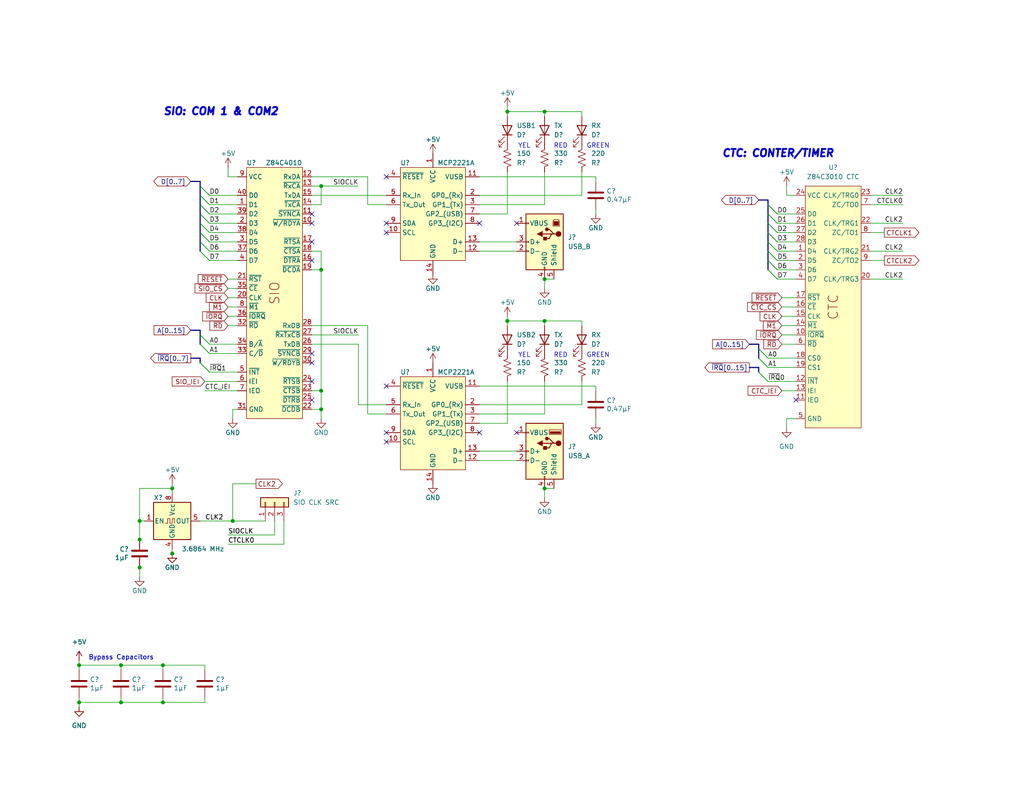
<source format=kicad_sch>
(kicad_sch (version 20230121) (generator eeschema)
  (paper "USLetter")
  (title_block (title "Main board with basic peripherals") (date "2023-08-26") (rev "2") (company "Frédéric Segard") (comment 1 "@microhobbyist") (comment 4 "A big thank you to John Winans, Grant Searle and Sergey Kiselev for their inspiration"))
  (junction (at 138.43 30.48))
  (junction (at 87.63 106.68))
  (junction (at 21.59 191.77))
  (junction (at 46.99 151.13))
  (junction (at 44.45 191.77))
  (junction (at 148.59 133.35))
  (junction (at 38.1 147.32))
  (junction (at 44.45 181.61))
  (junction (at 21.59 181.61))
  (junction (at 148.59 87.63))
  (junction (at 148.59 76.2))
  (junction (at 46.99 133.35))
  (junction (at 38.1 142.24))
  (junction (at 138.43 87.63))
  (junction (at 87.63 111.76))
  (junction (at 63.5 142.24))
  (junction (at 38.1 154.94))
  (junction (at 148.59 30.48))
  (junction (at 87.63 73.66))
  (junction (at 33.02 191.77))
  (junction (at 87.63 50.8))
  (junction (at 33.02 181.61))
  (no_connect (at 105.41 60.96))
  (no_connect (at 85.09 71.12))
  (no_connect (at 105.41 118.11))
  (no_connect (at 85.09 104.14))
  (no_connect (at 85.09 58.42))
  (no_connect (at 85.09 66.04))
  (no_connect (at 130.81 118.11))
  (no_connect (at 85.09 99.06))
  (no_connect (at 85.09 96.52))
  (no_connect (at 217.17 109.22))
  (no_connect (at 130.81 60.96))
  (no_connect (at 105.41 120.65))
  (no_connect (at 105.41 63.5))
  (no_connect (at 85.09 109.22))
  (no_connect (at 140.97 118.11))
  (no_connect (at 105.41 105.41))
  (no_connect (at 140.97 60.96))
  (no_connect (at 85.09 60.96))
  (no_connect (at 105.41 48.26))
  (bus_entry (at 54.61 68.58) (size 2.54 2.54))
  (bus_entry (at 54.61 68.58) (size 2.54 2.54))
  (bus_entry (at 207.01 97.79) (size 2.54 2.54))
  (bus_entry (at 207.01 97.79) (size 2.54 2.54))
  (bus_entry (at 209.55 58.42) (size 2.54 2.54))
  (bus_entry (at 209.55 58.42) (size 2.54 2.54))
  (bus_entry (at 54.61 60.96) (size 2.54 2.54))
  (bus_entry (at 54.61 60.96) (size 2.54 2.54))
  (bus_entry (at 209.55 63.5) (size 2.54 2.54))
  (bus_entry (at 209.55 63.5) (size 2.54 2.54))
  (bus_entry (at 54.61 55.88) (size 2.54 2.54))
  (bus_entry (at 54.61 55.88) (size 2.54 2.54))
  (bus_entry (at 207.01 95.25) (size 2.54 2.54))
  (bus_entry (at 207.01 95.25) (size 2.54 2.54))
  (bus_entry (at 54.61 58.42) (size 2.54 2.54))
  (bus_entry (at 54.61 58.42) (size 2.54 2.54))
  (bus_entry (at 209.55 68.58) (size 2.54 2.54))
  (bus_entry (at 209.55 68.58) (size 2.54 2.54))
  (bus_entry (at 54.61 50.8) (size 2.54 2.54))
  (bus_entry (at 54.61 50.8) (size 2.54 2.54))
  (bus_entry (at 209.55 66.04) (size 2.54 2.54))
  (bus_entry (at 209.55 66.04) (size 2.54 2.54))
  (bus_entry (at 54.61 66.04) (size 2.54 2.54))
  (bus_entry (at 54.61 66.04) (size 2.54 2.54))
  (bus_entry (at 209.55 71.12) (size 2.54 2.54))
  (bus_entry (at 209.55 71.12) (size 2.54 2.54))
  (bus_entry (at 54.61 99.06) (size 2.54 2.54))
  (bus_entry (at 54.61 99.06) (size 2.54 2.54))
  (bus_entry (at 54.61 91.44) (size 2.54 2.54))
  (bus_entry (at 54.61 91.44) (size 2.54 2.54))
  (bus_entry (at 207.01 101.6) (size 2.54 2.54))
  (bus_entry (at 207.01 101.6) (size 2.54 2.54))
  (bus_entry (at 54.61 93.98) (size 2.54 2.54))
  (bus_entry (at 54.61 93.98) (size 2.54 2.54))
  (bus_entry (at 209.55 73.66) (size 2.54 2.54))
  (bus_entry (at 209.55 73.66) (size 2.54 2.54))
  (bus_entry (at 209.55 55.88) (size 2.54 2.54))
  (bus_entry (at 209.55 55.88) (size 2.54 2.54))
  (bus_entry (at 209.55 60.96) (size 2.54 2.54))
  (bus_entry (at 209.55 60.96) (size 2.54 2.54))
  (bus_entry (at 54.61 53.34) (size 2.54 2.54))
  (bus_entry (at 54.61 53.34) (size 2.54 2.54))
  (bus_entry (at 54.61 63.5) (size 2.54 2.54))
  (bus_entry (at 54.61 63.5) (size 2.54 2.54))
  (wire (pts (xy 162.56 49.53) (xy 162.56 48.26)))
  (wire (pts (xy 158.75 88.9) (xy 158.75 87.63)))
  (wire (pts (xy 162.56 106.68) (xy 162.56 105.41)))
  (wire (pts (xy 63.5 142.24) (xy 63.5 132.08)))
  (bus (pts (xy 209.55 68.58) (xy 209.55 66.04)))
  (wire (pts (xy 57.15 96.52) (xy 64.77 96.52)))
  (wire (pts (xy 62.23 78.74) (xy 64.77 78.74)))
  (wire (pts (xy 38.1 142.24) (xy 39.37 142.24)))
  (wire (pts (xy 55.88 106.68) (xy 64.77 106.68)))
  (wire (pts (xy 130.81 115.57) (xy 138.43 115.57)))
  (wire (pts (xy 87.63 68.58) (xy 87.63 73.66)))
  (wire (pts (xy 87.63 50.8) (xy 87.63 55.88)))
  (wire (pts (xy 85.09 68.58) (xy 87.63 68.58)))
  (bus (pts (xy 209.55 58.42) (xy 209.55 55.88)))
  (wire (pts (xy 217.17 114.3) (xy 214.63 114.3)))
  (wire (pts (xy 57.15 63.5) (xy 64.77 63.5)))
  (wire (pts (xy 158.75 53.34) (xy 130.81 53.34)))
  (wire (pts (xy 44.45 191.77) (xy 55.88 191.77)))
  (wire (pts (xy 62.23 148.59) (xy 77.47 148.59)))
  (wire (pts (xy 237.49 71.12) (xy 241.3 71.12)))
  (wire (pts (xy 21.59 181.61) (xy 21.59 182.88)))
  (wire (pts (xy 158.75 87.63) (xy 148.59 87.63)))
  (wire (pts (xy 85.09 55.88) (xy 87.63 55.88)))
  (wire (pts (xy 105.41 113.03) (xy 100.33 113.03)))
  (wire (pts (xy 148.59 76.2) (xy 148.59 78.74)))
  (wire (pts (xy 237.49 63.5) (xy 241.3 63.5)))
  (wire (pts (xy 44.45 182.88) (xy 44.45 181.61)))
  (wire (pts (xy 33.02 190.5) (xy 33.02 191.77)))
  (wire (pts (xy 85.09 106.68) (xy 87.63 106.68)))
  (wire (pts (xy 55.88 182.88) (xy 55.88 181.61)))
  (wire (pts (xy 158.75 110.49) (xy 130.81 110.49)))
  (wire (pts (xy 213.36 91.44) (xy 217.17 91.44)))
  (wire (pts (xy 63.5 111.76) (xy 63.5 114.3)))
  (wire (pts (xy 209.55 97.79) (xy 217.17 97.79)))
  (wire (pts (xy 162.56 105.41) (xy 130.81 105.41)))
  (wire (pts (xy 158.75 31.75) (xy 158.75 30.48)))
  (wire (pts (xy 237.49 55.88) (xy 246.38 55.88)))
  (wire (pts (xy 44.45 190.5) (xy 44.45 191.77)))
  (wire (pts (xy 63.5 132.08) (xy 69.85 132.08)))
  (wire (pts (xy 148.59 87.63) (xy 138.43 87.63)))
  (wire (pts (xy 212.09 66.04) (xy 217.17 66.04)))
  (bus (pts (xy 54.61 99.06) (xy 54.61 97.79)))
  (wire (pts (xy 57.15 101.6) (xy 64.77 101.6)))
  (wire (pts (xy 57.15 55.88) (xy 64.77 55.88)))
  (bus (pts (xy 54.61 93.98) (xy 54.61 91.44)))
  (wire (pts (xy 162.56 58.42) (xy 162.56 57.15)))
  (bus (pts (xy 207.01 54.61) (xy 209.55 54.61)))
  (bus (pts (xy 52.07 90.17) (xy 54.61 90.17)))
  (bus (pts (xy 209.55 63.5) (xy 209.55 60.96)))
  (wire (pts (xy 55.88 181.61) (xy 44.45 181.61)))
  (wire (pts (xy 138.43 104.14) (xy 138.43 115.57)))
  (wire (pts (xy 46.99 133.35) (xy 46.99 134.62)))
  (wire (pts (xy 38.1 157.48) (xy 38.1 154.94)))
  (wire (pts (xy 162.56 48.26) (xy 130.81 48.26)))
  (wire (pts (xy 148.59 30.48) (xy 138.43 30.48)))
  (bus (pts (xy 54.61 66.04) (xy 54.61 63.5)))
  (wire (pts (xy 85.09 73.66) (xy 87.63 73.66)))
  (wire (pts (xy 87.63 50.8) (xy 97.79 50.8)))
  (wire (pts (xy 214.63 50.8) (xy 214.63 53.34)))
  (bus (pts (xy 209.55 66.04) (xy 209.55 63.5)))
  (wire (pts (xy 57.15 71.12) (xy 64.77 71.12)))
  (wire (pts (xy 62.23 146.05) (xy 74.93 146.05)))
  (wire (pts (xy 62.23 88.9) (xy 64.77 88.9)))
  (bus (pts (xy 52.07 97.79) (xy 54.61 97.79)))
  (wire (pts (xy 237.49 60.96) (xy 246.38 60.96)))
  (wire (pts (xy 57.15 58.42) (xy 64.77 58.42)))
  (wire (pts (xy 138.43 87.63) (xy 138.43 86.36)))
  (bus (pts (xy 54.61 60.96) (xy 54.61 58.42)))
  (wire (pts (xy 85.09 53.34) (xy 105.41 53.34)))
  (wire (pts (xy 213.36 88.9) (xy 217.17 88.9)))
  (wire (pts (xy 148.59 113.03) (xy 130.81 113.03)))
  (wire (pts (xy 57.15 60.96) (xy 64.77 60.96)))
  (wire (pts (xy 63.5 142.24) (xy 72.39 142.24)))
  (wire (pts (xy 148.59 76.2) (xy 151.13 76.2)))
  (bus (pts (xy 54.61 58.42) (xy 54.61 55.88)))
  (wire (pts (xy 46.99 133.35) (xy 38.1 133.35)))
  (wire (pts (xy 237.49 68.58) (xy 246.38 68.58)))
  (wire (pts (xy 38.1 133.35) (xy 38.1 142.24)))
  (wire (pts (xy 44.45 181.61) (xy 33.02 181.61)))
  (wire (pts (xy 130.81 125.73) (xy 140.97 125.73)))
  (wire (pts (xy 33.02 181.61) (xy 21.59 181.61)))
  (wire (pts (xy 209.55 104.14) (xy 217.17 104.14)))
  (bus (pts (xy 54.61 50.8) (xy 54.61 49.53)))
  (bus (pts (xy 209.55 73.66) (xy 209.55 71.12)))
  (bus (pts (xy 207.01 97.79) (xy 207.01 95.25)))
  (wire (pts (xy 148.59 133.35) (xy 151.13 133.35)))
  (wire (pts (xy 85.09 91.44) (xy 97.79 91.44)))
  (wire (pts (xy 148.59 55.88) (xy 130.81 55.88)))
  (wire (pts (xy 130.81 66.04) (xy 140.97 66.04)))
  (wire (pts (xy 85.09 50.8) (xy 87.63 50.8)))
  (wire (pts (xy 33.02 182.88) (xy 33.02 181.61)))
  (wire (pts (xy 130.81 68.58) (xy 140.97 68.58)))
  (wire (pts (xy 130.81 123.19) (xy 140.97 123.19)))
  (wire (pts (xy 213.36 81.28) (xy 217.17 81.28)))
  (bus (pts (xy 207.01 101.6) (xy 207.01 100.33)))
  (bus (pts (xy 52.07 49.53) (xy 54.61 49.53)))
  (wire (pts (xy 214.63 114.3) (xy 214.63 116.84)))
  (wire (pts (xy 57.15 53.34) (xy 64.77 53.34)))
  (wire (pts (xy 21.59 191.77) (xy 33.02 191.77)))
  (wire (pts (xy 158.75 30.48) (xy 148.59 30.48)))
  (bus (pts (xy 209.55 71.12) (xy 209.55 68.58)))
  (bus (pts (xy 204.47 93.98) (xy 207.01 93.98)))
  (bus (pts (xy 54.61 68.58) (xy 54.61 66.04)))
  (wire (pts (xy 57.15 66.04) (xy 64.77 66.04)))
  (wire (pts (xy 54.61 142.24) (xy 63.5 142.24)))
  (wire (pts (xy 138.43 46.99) (xy 138.43 58.42)))
  (wire (pts (xy 62.23 83.82) (xy 64.77 83.82)))
  (bus (pts (xy 209.55 55.88) (xy 209.55 54.61)))
  (wire (pts (xy 21.59 190.5) (xy 21.59 191.77)))
  (bus (pts (xy 54.61 55.88) (xy 54.61 53.34)))
  (wire (pts (xy 212.09 58.42) (xy 217.17 58.42)))
  (wire (pts (xy 213.36 83.82) (xy 217.17 83.82)))
  (wire (pts (xy 212.09 63.5) (xy 217.17 63.5)))
  (wire (pts (xy 62.23 86.36) (xy 64.77 86.36)))
  (wire (pts (xy 38.1 142.24) (xy 38.1 147.32)))
  (wire (pts (xy 148.59 104.14) (xy 148.59 113.03)))
  (wire (pts (xy 237.49 76.2) (xy 246.38 76.2)))
  (wire (pts (xy 87.63 73.66) (xy 87.63 106.68)))
  (wire (pts (xy 213.36 93.98) (xy 217.17 93.98)))
  (wire (pts (xy 148.59 46.99) (xy 148.59 55.88)))
  (wire (pts (xy 85.09 111.76) (xy 87.63 111.76)))
  (wire (pts (xy 85.09 48.26) (xy 100.33 48.26)))
  (wire (pts (xy 62.23 81.28) (xy 64.77 81.28)))
  (wire (pts (xy 213.36 106.68) (xy 217.17 106.68)))
  (wire (pts (xy 74.93 146.05) (xy 74.93 142.24)))
  (wire (pts (xy 217.17 53.34) (xy 214.63 53.34)))
  (wire (pts (xy 130.81 58.42) (xy 138.43 58.42)))
  (wire (pts (xy 212.09 76.2) (xy 217.17 76.2)))
  (wire (pts (xy 77.47 148.59) (xy 77.47 142.24)))
  (wire (pts (xy 212.09 68.58) (xy 217.17 68.58)))
  (wire (pts (xy 97.79 93.98) (xy 85.09 93.98)))
  (wire (pts (xy 87.63 111.76) (xy 87.63 114.3)))
  (wire (pts (xy 55.88 190.5) (xy 55.88 191.77)))
  (wire (pts (xy 212.09 60.96) (xy 217.17 60.96)))
  (wire (pts (xy 64.77 111.76) (xy 63.5 111.76)))
  (wire (pts (xy 213.36 86.36) (xy 217.17 86.36)))
  (bus (pts (xy 209.55 60.96) (xy 209.55 58.42)))
  (wire (pts (xy 62.23 45.72) (xy 62.23 48.26)))
  (wire (pts (xy 21.59 180.34) (xy 21.59 181.61)))
  (wire (pts (xy 212.09 71.12) (xy 217.17 71.12)))
  (wire (pts (xy 55.88 104.14) (xy 64.77 104.14)))
  (bus (pts (xy 54.61 91.44) (xy 54.61 90.17)))
  (bus (pts (xy 54.61 63.5) (xy 54.61 60.96)))
  (wire (pts (xy 237.49 53.34) (xy 246.38 53.34)))
  (wire (pts (xy 46.99 151.13) (xy 46.99 149.86)))
  (wire (pts (xy 212.09 73.66) (xy 217.17 73.66)))
  (wire (pts (xy 158.75 46.99) (xy 158.75 53.34)))
  (bus (pts (xy 54.61 53.34) (xy 54.61 50.8)))
  (wire (pts (xy 209.55 100.33) (xy 217.17 100.33)))
  (wire (pts (xy 100.33 48.26) (xy 100.33 55.88)))
  (wire (pts (xy 97.79 110.49) (xy 105.41 110.49)))
  (wire (pts (xy 57.15 68.58) (xy 64.77 68.58)))
  (wire (pts (xy 85.09 88.9) (xy 100.33 88.9)))
  (wire (pts (xy 158.75 104.14) (xy 158.75 110.49)))
  (bus (pts (xy 207.01 95.25) (xy 207.01 93.98)))
  (wire (pts (xy 87.63 106.68) (xy 87.63 111.76)))
  (wire (pts (xy 138.43 88.9) (xy 138.43 87.63)))
  (wire (pts (xy 148.59 88.9) (xy 148.59 87.63)))
  (wire (pts (xy 64.77 48.26) (xy 62.23 48.26)))
  (wire (pts (xy 33.02 191.77) (xy 44.45 191.77)))
  (wire (pts (xy 138.43 30.48) (xy 138.43 29.21)))
  (wire (pts (xy 46.99 132.08) (xy 46.99 133.35)))
  (wire (pts (xy 148.59 133.35) (xy 148.59 135.89)))
  (wire (pts (xy 100.33 88.9) (xy 100.33 113.03)))
  (bus (pts (xy 204.47 100.33) (xy 207.01 100.33)))
  (wire (pts (xy 138.43 31.75) (xy 138.43 30.48)))
  (wire (pts (xy 57.15 93.98) (xy 64.77 93.98)))
  (wire (pts (xy 148.59 31.75) (xy 148.59 30.48)))
  (wire (pts (xy 62.23 76.2) (xy 64.77 76.2)))
  (wire (pts (xy 21.59 191.77) (xy 21.59 193.04)))
  (wire (pts (xy 105.41 55.88) (xy 100.33 55.88)))
  (wire (pts (xy 97.79 110.49) (xy 97.79 93.98)))
  (wire (pts (xy 162.56 115.57) (xy 162.56 114.3)))
  (text "RED" (at 154.94 40.64 0) (effects (font (size 1.27 1.27)) (justify right bottom)))
  (text "RED" (at 154.94 97.79 0) (effects (font (size 1.27 1.27)) (justify right bottom)))
  (text "CTC: CONTER/TIMER" (at 196.85 43.18 0) (effects (font (size 2 2) (thickness 0.508) bold italic) (justify left bottom)))
  (text "GREEN" (at 166.37 97.79 0) (effects (font (size 1.27 1.27)) (justify right bottom)))
  (text "YEL" (at 144.78 40.64 0) (effects (font (size 1.27 1.27)) (justify right bottom)))
  (text "SIO: COM 1 & COM2" (at 44.45 31.75 0) (effects (font (size 2 2) (thickness 0.508) bold italic) (justify left bottom)))
  (text "GREEN" (at 166.37 40.64 0) (effects (font (size 1.27 1.27)) (justify right bottom)))
  (text "YEL" (at 144.78 97.79 0) (effects (font (size 1.27 1.27)) (justify right bottom)))
  (text "Bypass Capacitors" (at 24.13 180.34 0) (effects (font (size 1.27 1.27)) (justify left bottom)))
  (text "Bypass Capacitors" (at 24.13 180.34 0) (effects (font (size 1.27 1.27)) (justify left bottom)))
  (label "CTC_IEI" (at 55.88 106.68 0))
  (label "D5" (at 212.09 71.12 0))
  (label "CLK2" (at 246.38 60.96 180))
  (label "CTCLK0" (at 62.23 148.59 0))
  (label "SIOCLK" (at 62.23 146.05 0))
  (label "CLK2" (at 60.96 142.24 180))
  (label "~{IRQ}1" (at 57.15 101.6 0))
  (label "D5" (at 57.15 66.04 0))
  (label "A1" (at 57.15 96.52 0))
  (label "D4" (at 212.09 68.58 0))
  (label "SIOCLK" (at 97.79 50.8 180))
  (label "D1" (at 57.15 55.88 0))
  (label "A0" (at 209.55 97.79 0))
  (label "SIOCLK" (at 97.79 91.44 180))
  (label "CTCLK0" (at 246.38 55.88 180))
  (label "D2" (at 212.09 63.5 0))
  (label "CLK2" (at 246.38 53.34 180))
  (label "A0" (at 57.15 93.98 0))
  (label "D1" (at 212.09 60.96 0))
  (label "D6" (at 57.15 68.58 0))
  (label "D0" (at 57.15 53.34 0))
  (label "~{IRQ}0" (at 209.55 104.14 0))
  (label "SIOCLK" (at 62.23 146.05 0))
  (label "CLK2" (at 60.96 142.24 180))
  (label "CLK2" (at 246.38 68.58 180))
  (label "D0" (at 212.09 58.42 0))
  (label "CTCLK0" (at 62.23 148.59 0))
  (label "D3" (at 57.15 60.96 0))
  (label "D7" (at 212.09 76.2 0))
  (label "D6" (at 212.09 73.66 0))
  (label "CLK2" (at 246.38 76.2 180))
  (label "D3" (at 212.09 66.04 0))
  (label "D4" (at 57.15 63.5 0))
  (label "A1" (at 209.55 100.33 0))
  (label "D7" (at 57.15 71.12 0))
  (label "D2" (at 57.15 58.42 0))
  (global_label "D[0..7]" (shape bidirectional) (at 207.01 54.61 180) (property "Intersheetrefs" "${INTERSHEET_REFS}" (effects hide)))
  (global_label "D[0..7]" (shape bidirectional) (at 52.07 49.53 180) (property "Intersheetrefs" "${INTERSHEET_REFS}" (effects hide)))
  (global_label "~{IRQ}[0..15]" (shape output) (at 204.47 100.33 180) (property "Intersheetrefs" "${INTERSHEET_REFS}" (effects hide)))
  (global_label "~{M1}" (shape input) (at 62.23 83.82 180) (property "Intersheetrefs" "${INTERSHEET_REFS}" (effects hide)))
  (global_label "~{CTC_CS}" (shape input) (at 213.36 83.82 180) (property "Intersheetrefs" "${INTERSHEET_REFS}" (effects hide)))
  (global_label "~{RD}" (shape input) (at 213.36 93.98 180) (property "Intersheetrefs" "${INTERSHEET_REFS}" (effects hide)))
  (global_label "~{IORQ}" (shape input) (at 213.36 91.44 180) (property "Intersheetrefs" "${INTERSHEET_REFS}" (effects hide)))
  (global_label "CTC_IEI" (shape input) (at 213.36 106.68 180) (property "Intersheetrefs" "${INTERSHEET_REFS}" (effects hide)))
  (global_label "~{RESET}" (shape input) (at 213.36 81.28 180) (property "Intersheetrefs" "${INTERSHEET_REFS}" (effects hide)))
  (global_label "CLK" (shape input) (at 62.23 81.28 180) (property "Intersheetrefs" "${INTERSHEET_REFS}" (effects hide)))
  (global_label "CTCLK1" (shape output) (at 241.3 63.5 0) (property "Intersheetrefs" "${INTERSHEET_REFS}" (effects hide)))
  (global_label "CLK2" (shape output) (at 69.85 132.08 0) (property "Intersheetrefs" "${INTERSHEET_REFS}" (effects hide)))
  (global_label "A[0..15]" (shape input) (at 204.47 93.98 180) (property "Intersheetrefs" "${INTERSHEET_REFS}" (effects hide)))
  (global_label "~{SIO_CS}" (shape input) (at 62.23 78.74 180) (property "Intersheetrefs" "${INTERSHEET_REFS}" (effects hide)))
  (global_label "~{M1}" (shape input) (at 213.36 88.9 180) (property "Intersheetrefs" "${INTERSHEET_REFS}" (effects hide)))
  (global_label "~{IORQ}" (shape input) (at 62.23 86.36 180) (property "Intersheetrefs" "${INTERSHEET_REFS}" (effects hide)))
  (global_label "~{IRQ}[0..7]" (shape output) (at 52.07 97.79 180) (property "Intersheetrefs" "${INTERSHEET_REFS}" (effects hide)))
  (global_label "CLK" (shape input) (at 213.36 86.36 180) (property "Intersheetrefs" "${INTERSHEET_REFS}" (effects hide)))
  (global_label "~{RD}" (shape input) (at 62.23 88.9 180) (property "Intersheetrefs" "${INTERSHEET_REFS}" (effects hide)))
  (global_label "SIO_IEI" (shape input) (at 55.88 104.14 180) (property "Intersheetrefs" "${INTERSHEET_REFS}" (effects hide)))
  (global_label "~{RESET}" (shape input) (at 62.23 76.2 180) (property "Intersheetrefs" "${INTERSHEET_REFS}" (effects hide)))
  (global_label "CTCLK2" (shape output) (at 241.3 71.12 0) (property "Intersheetrefs" "${INTERSHEET_REFS}" (effects hide)))
  (global_label "A[0..15]" (shape input) (at 52.07 90.17 180) (property "Intersheetrefs" "${INTERSHEET_REFS}" (effects hide)))
  (symbol (lib_id "Device:C") (at 21.59 186.69 0) (unit 1)
    (property "Reference" "C?" (at 24.511 185.5216 0) (effects (justify left)))
    (property "Value" "1µF" (at 24.511 187.833 0) (effects (justify left)))
    (property "Footprint" "Capacitor_THT:C_Disc_D3.0mm_W1.6mm_P2.50mm" (effects hide))
    (instances (project "1 - Main CPU board with basic peripherals (rev5)" (path "" (reference "C?") (unit 1))) (project "2 - CPU and memory card with the essential peripherals" (path "" (reference "C?") (unit 1))) (project "3 - Quad Serial card v3" (path "" (reference "C?") (unit 1)) (path "" (reference "C?") (unit 1))) (project "2 - CPU and core components (Rev 2)" (path "" (reference "C13") (unit 1))))
  )
  (symbol (lib_id "Device:C") (at 38.1 151.13 0) (mirror y) (unit 1)
    (property "Reference" "C?" (at 35.179 149.9616 0) (effects (justify left)))
    (property "Value" "1µF" (at 35.179 152.273 0) (effects (justify left)))
    (property "Footprint" "Capacitor_THT:C_Disc_D3.0mm_W1.6mm_P2.50mm" (effects hide))
    (instances (project "1 - Main CPU board with basic peripherals (rev5)" (path "" (reference "C?") (unit 1))) (project "1 - Main CPU card with CTC, SIO and PIO" (path "" (reference "C?") (unit 1))) (project "0 - Card edge backplane v2" (path "" (reference "C?") (unit 1))) (project "2 - CPU and core components (Rev 2)" (path "" (reference "C?") (unit 1)) (path "" (reference "C15") (unit 1))))
  )
  (symbol (lib_id "Device:R_US") (at 158.75 43.18 0) (mirror x) (unit 1)
    (property "Reference" "R?" (at 161.29 44.45 0) (effects (justify left)))
    (property "Value" "220" (at 161.29 41.91 0) (effects (justify left)))
    (property "Footprint" "Resistor_THT:R_Axial_DIN0207_L6.3mm_D2.5mm_P10.16mm_Horizontal" (effects hide))
    (instances (project "1 - Main CPU board with basic peripherals (rev5)" (path "" (reference "R?") (unit 1))) (project "1 - Main CPU card with CTC, SIO and PIO" (path "" (reference "R?") (unit 1)) (path "" (reference "R?") (unit 1))) (project "0 - Card edge backplane v2" (path "" (reference "R?") (unit 1))) (project "2 - CPU and core components (Rev 2)" (path "" (reference "R6") (unit 1))))
  )
  (symbol (lib_name "GND_1") (lib_id "power:GND") (at 162.56 58.42 0) (unit 1)
    (property "Reference" "#PWR?" (effects hide))
    (property "Value" "GND" (at 162.56 62.23 0))
    (instances (project "1 - Main CPU board with basic peripherals (rev5)" (path "" (reference "#PWR?") (unit 1))) (project "2 - CPU and memory card with the essential peripherals" (path "" (reference "#PWR?") (unit 1))) (project "3 - Quad Serial card v3" (path "" (reference "#PWR?") (unit 1)) (path "" (reference "#PWR?") (unit 1)) (path "" (reference "#PWR?") (unit 1))) (project "2 - CPU and core components (Rev 2)" (path "" (reference "#PWR073") (unit 1))))
  )
  (symbol (lib_name "+5V_1") (lib_id "power:+5V") (at 21.59 180.34 0) (unit 1)
    (property "Reference" "#PWR?" (effects hide))
    (property "Value" "+5V" (at 21.59 175.26 0))
    (instances (project "1 - Main CPU board with basic peripherals (rev5)" (path "" (reference "#PWR?") (unit 1))) (project "2 - CPU and memory card with the essential peripherals" (path "" (reference "#PWR?") (unit 1))) (project "3 - Quad Serial card v3" (path "" (reference "#PWR?") (unit 1)) (path "" (reference "#PWR?") (unit 1))) (project "2 - CPU and core components (Rev 2)" (path "" (reference "#PWR054") (unit 1))))
  )
  (symbol (lib_id "0_Library:MCP2221A") (at 118.11 45.72 0) (unit 1)
    (property "Reference" "U?" (at 109.22 44.45 0) (effects (justify left)))
    (property "Value" "MCP2221A" (at 119.38 44.45 0) (effects (justify left)))
    (property "Footprint" "Package_DIP:DIP-14_W7.62mm_Socket" (effects hide))
    (property "Datasheet" "https://ww1.microchip.com/downloads/aemDocuments/documents/APID/ProductDocuments/DataSheets/MCP2221A-Data-Sheet-20005565E.pdf" (effects hide))
    (instances (project "1 - Main CPU board with basic peripherals (rev5)" (path "" (reference "U?") (unit 1))) (project "2 - CPU and core components (Rev 2)" (path "" (reference "U13") (unit 1))))
  )
  (symbol (lib_id "Device:LED") (at 138.43 92.71 270) (mirror x) (unit 1)
    (property "Reference" "D?" (at 140.97 93.98 90) (effects (justify left)))
    (property "Value" "USB2" (at 140.97 91.44 90) (effects (justify left)))
    (property "Footprint" "LED_THT:LED_D3.0mm_Horizontal_O1.27mm_Z2.0mm_Clear" (effects hide))
    (instances (project "1 - Main CPU board with basic peripherals (rev5)" (path "" (reference "D?") (unit 1))) (project "1 - Main CPU card with CTC, SIO and PIO" (path "" (reference "D?") (unit 1)) (path "" (reference "D?") (unit 1))) (project "0 - Card edge backplane v2" (path "" (reference "D?") (unit 1))) (project "2 - CPU and core components (Rev 2)" (path "" (reference "D3") (unit 1))))
  )
  (symbol (lib_id "Device:LED") (at 158.75 35.56 270) (mirror x) (unit 1)
    (property "Reference" "D?" (at 161.29 36.83 90) (effects (justify left)))
    (property "Value" "RX" (at 161.29 34.29 90) (effects (justify left)))
    (property "Footprint" "LED_THT:LED_D3.0mm_Horizontal_O1.27mm_Z2.0mm_Clear" (effects hide))
    (instances (project "1 - Main CPU board with basic peripherals (rev5)" (path "" (reference "D?") (unit 1))) (project "1 - Main CPU card with CTC, SIO and PIO" (path "" (reference "D?") (unit 1)) (path "" (reference "D?") (unit 1))) (project "0 - Card edge backplane v2" (path "" (reference "D?") (unit 1))) (project "2 - CPU and core components (Rev 2)" (path "" (reference "D6") (unit 1))))
  )
  (symbol (lib_name "GND_1") (lib_id "power:GND") (at 148.59 78.74 0) (mirror y) (unit 1)
    (property "Reference" "#PWR?" (effects hide))
    (property "Value" "GND" (at 148.59 82.55 0))
    (instances (project "1 - Main CPU board with basic peripherals (rev5)" (path "" (reference "#PWR?") (unit 1))) (project "2 - CPU and memory card with the essential peripherals" (path "" (reference "#PWR?") (unit 1))) (project "3 - Quad Serial card v3" (path "" (reference "#PWR?") (unit 1)) (path "" (reference "#PWR?") (unit 1)) (path "" (reference "#PWR?") (unit 1))) (project "2 - CPU and core components (Rev 2)" (path "" (reference "#PWR071") (unit 1))))
  )
  (symbol (lib_id "0_Library:MCP2221A") (at 118.11 102.87 0) (unit 1)
    (property "Reference" "U?" (at 109.22 101.6 0) (effects (justify left)))
    (property "Value" "MCP2221A" (at 119.38 101.6 0) (effects (justify left)))
    (property "Footprint" "Package_DIP:DIP-14_W7.62mm_Socket" (effects hide))
    (property "Datasheet" "https://ww1.microchip.com/downloads/aemDocuments/documents/APID/ProductDocuments/DataSheets/MCP2221A-Data-Sheet-20005565E.pdf" (effects hide))
    (instances (project "1 - Main CPU board with basic peripherals (rev5)" (path "" (reference "U?") (unit 1))) (project "2 - CPU and core components (Rev 2)" (path "" (reference "U14") (unit 1))))
  )
  (symbol (lib_id "0_Library:Z84C30xx CTC") (at 227.33 50.8 0) (unit 1)
    (property "Reference" "U?" (at 227.33 45.72 0))
    (property "Value" "Z84C3010 CTC" (at 227.33 48.26 0))
    (property "Footprint" "Package_DIP:DIP-28_W15.24mm_Socket" (effects hide))
    (property "Datasheet" "https://www.mouser.ca/datasheet/2/240/ps0181-2821199.pdf" (effects hide))
    (instances (project "1 - Main CPU board with basic peripherals (rev5)" (path "" (reference "U?") (unit 1))) (project "2 - CPU and core components (Rev 2)" (path "" (reference "U15") (unit 1))))
  )
  (symbol (lib_name "GND_2") (lib_id "power:GND") (at 38.1 157.48 0) (unit 1)
    (property "Reference" "#PWR?" (effects hide))
    (property "Value" "GND" (at 38.1 161.29 0))
    (instances (project "1 - Main CPU board with basic peripherals (rev5)" (path "" (reference "#PWR?") (unit 1))) (project "1 - ATX 16 bit ISA passive backplane" (path "" (reference "#PWR?") (unit 1))) (project "2 - CPU and core components (Rev 2)" (path "" (reference "#PWR?") (unit 1)) (path "" (reference "#PWR058") (unit 1))))
  )
  (symbol (lib_name "GND_1") (lib_id "power:GND") (at 118.11 74.93 0) (unit 1)
    (property "Reference" "#PWR?" (effects hide))
    (property "Value" "GND" (at 118.11 78.74 0))
    (instances (project "1 - Main CPU board with basic peripherals (rev5)" (path "" (reference "#PWR?") (unit 1))) (project "2 - CPU and memory card with the essential peripherals" (path "" (reference "#PWR?") (unit 1))) (project "3 - Quad Serial card v3" (path "" (reference "#PWR?") (unit 1)) (path "" (reference "#PWR?") (unit 1)) (path "" (reference "#PWR?") (unit 1))) (project "2 - CPU and core components (Rev 2)" (path "" (reference "#PWR066") (unit 1))))
  )
  (symbol (lib_id "Connector_Generic:Conn_01x03") (at 74.93 137.16 90) (unit 1)
    (property "Reference" "J?" (at 80.01 134.62 90) (effects (justify right)))
    (property "Value" "SIO CLK SRC" (at 80.01 137.16 90) (effects (justify right)))
    (property "Footprint" "Connector_PinHeader_2.54mm:PinHeader_1x03_P2.54mm_Vertical" (effects hide))
    (instances (project "1 - Main CPU board with basic peripherals (rev5)" (path "" (reference "J?") (unit 1))) (project "2 - CPU and core components (Rev 2)" (path "" (reference "J2") (unit 1))))
  )
  (symbol (lib_id "Device:LED") (at 138.43 35.56 270) (mirror x) (unit 1)
    (property "Reference" "D?" (at 140.97 36.83 90) (effects (justify left)))
    (property "Value" "USB1" (at 140.97 34.29 90) (effects (justify left)))
    (property "Footprint" "LED_THT:LED_D3.0mm_Horizontal_O1.27mm_Z2.0mm_Clear" (effects hide))
    (instances (project "1 - Main CPU board with basic peripherals (rev5)" (path "" (reference "D?") (unit 1))) (project "1 - Main CPU card with CTC, SIO and PIO" (path "" (reference "D?") (unit 1)) (path "" (reference "D?") (unit 1))) (project "0 - Card edge backplane v2" (path "" (reference "D?") (unit 1))) (project "2 - CPU and core components (Rev 2)" (path "" (reference "D2") (unit 1))))
  )
  (symbol (lib_id "Connector:USB_B") (at 148.59 66.04 0) (mirror y) (unit 1)
    (property "Reference" "J?" (at 154.94 64.77 0) (effects (justify right)))
    (property "Value" "USB_B" (at 154.94 67.31 0) (effects (justify right)))
    (property "Footprint" "Connector_USB:USB_B_Lumberg_2411_02_Horizontal" (effects hide))
    (property "Datasheet" " ~" (effects hide))
    (instances (project "1 - Main CPU board with basic peripherals (rev5)" (path "" (reference "J?") (unit 1))) (project "2 - CPU and core components (Rev 2)" (path "" (reference "J3") (unit 1))))
  )
  (symbol (lib_id "Oscillator:CXO_DIP8") (at 46.99 142.24 0) (unit 1)
    (property "Reference" "X?" (at 43.18 135.89 0))
    (property "Value" "3.6864 MHz" (at 49.53 149.86 0) (effects (justify left)))
    (property "Footprint" "0_Library:DIP-8-4_W7.62mm_Oscillator_Socket" (effects hide))
    (property "Datasheet" "http://cdn-reichelt.de/documents/datenblatt/B400/OSZI.pdf" (effects hide))
    (instances (project "1 - Main CPU board with basic peripherals (rev5)" (path "" (reference "X?") (unit 1))) (project "1 - Main CPU card with CTC, SIO and PIO" (path "" (reference "X?") (unit 1))) (project "0 - Card edge backplane v2" (path "" (reference "X?") (unit 1))) (project "2 - CPU and core components (Rev 2)" (path "" (reference "X?") (unit 1)) (path "" (reference "X2") (unit 1))))
  )
  (symbol (lib_id "Device:C") (at 33.02 186.69 0) (unit 1)
    (property "Reference" "C?" (at 35.941 185.5216 0) (effects (justify left)))
    (property "Value" "1µF" (at 35.941 187.833 0) (effects (justify left)))
    (property "Footprint" "Capacitor_THT:C_Disc_D3.0mm_W1.6mm_P2.50mm" (effects hide))
    (instances (project "1 - Main CPU board with basic peripherals (rev5)" (path "" (reference "C?") (unit 1))) (project "2 - CPU and memory card with the essential peripherals" (path "" (reference "C?") (unit 1))) (project "3 - Quad Serial card v3" (path "" (reference "C?") (unit 1)) (path "" (reference "C?") (unit 1))) (project "2 - CPU and core components (Rev 2)" (path "" (reference "C14") (unit 1))))
  )
  (symbol (lib_id "Device:LED") (at 148.59 92.71 270) (mirror x) (unit 1)
    (property "Reference" "D?" (at 151.13 93.98 90) (effects (justify left)))
    (property "Value" "TX" (at 151.13 91.44 90) (effects (justify left)))
    (property "Footprint" "LED_THT:LED_D3.0mm_Horizontal_O1.27mm_Z2.0mm_Clear" (effects hide))
    (instances (project "1 - Main CPU board with basic peripherals (rev5)" (path "" (reference "D?") (unit 1))) (project "1 - Main CPU card with CTC, SIO and PIO" (path "" (reference "D?") (unit 1)) (path "" (reference "D?") (unit 1))) (project "0 - Card edge backplane v2" (path "" (reference "D?") (unit 1))) (project "2 - CPU and core components (Rev 2)" (path "" (reference "D5") (unit 1))))
  )
  (symbol (lib_id "Device:C") (at 162.56 110.49 0) (unit 1)
    (property "Reference" "C?" (at 165.481 109.3216 0) (effects (justify left)))
    (property "Value" "0.47µF" (at 165.481 111.633 0) (effects (justify left)))
    (property "Footprint" "Capacitor_THT:C_Disc_D3.0mm_W1.6mm_P2.50mm" (effects hide))
    (instances (project "1 - Main CPU board with basic peripherals (rev5)" (path "" (reference "C?") (unit 1))) (project "2 - CPU and memory card with the essential peripherals" (path "" (reference "C?") (unit 1))) (project "3 - Quad Serial card v3" (path "" (reference "C?") (unit 1)) (path "" (reference "C?") (unit 1))) (project "2 - CPU and core components (Rev 2)" (path "" (reference "C20") (unit 1))))
  )
  (symbol (lib_id "Connector:USB_A") (at 148.59 123.19 0) (mirror y) (unit 1)
    (property "Reference" "J?" (at 154.94 121.92 0) (effects (justify right)))
    (property "Value" "USB_A" (at 154.94 124.46 0) (effects (justify right)))
    (property "Footprint" "Connector_USB:USB_A_Stewart_SS-52100-001_Horizontal" (effects hide))
    (property "Datasheet" " ~" (effects hide))
    (instances (project "1 - Main CPU board with basic peripherals (rev5)" (path "" (reference "J?") (unit 1))) (project "2 - CPU and core components (Rev 2)" (path "" (reference "J4") (unit 1))))
  )
  (symbol (lib_id "Device:C") (at 44.45 186.69 0) (unit 1)
    (property "Reference" "C?" (at 47.371 185.5216 0) (effects (justify left)))
    (property "Value" "1µF" (at 47.371 187.833 0) (effects (justify left)))
    (property "Footprint" "Capacitor_THT:C_Disc_D3.0mm_W1.6mm_P2.50mm" (effects hide))
    (instances (project "1 - Main CPU board with basic peripherals (rev5)" (path "" (reference "C?") (unit 1))) (project "2 - CPU and memory card with the essential peripherals" (path "" (reference "C?") (unit 1))) (project "3 - Quad Serial card v3" (path "" (reference "C?") (unit 1)) (path "" (reference "C?") (unit 1))) (project "2 - CPU and core components (Rev 2)" (path "" (reference "C17") (unit 1))))
  )
  (symbol (lib_name "+5V_1") (lib_id "power:+5V") (at 118.11 99.06 0) (unit 1)
    (property "Reference" "#PWR?" (effects hide))
    (property "Value" "+5V" (at 118.11 95.25 0))
    (instances (project "1 - Main CPU board with basic peripherals (rev5)" (path "" (reference "#PWR?") (unit 1))) (project "2 - CPU and memory card with the essential peripherals" (path "" (reference "#PWR?") (unit 1))) (project "3 - Quad Serial card v3" (path "" (reference "#PWR?") (unit 1)) (path "" (reference "#PWR?") (unit 1))) (project "2 - CPU and core components (Rev 2)" (path "" (reference "#PWR067") (unit 1))))
  )
  (symbol (lib_name "+5V_1") (lib_id "power:+5V") (at 214.63 50.8 0) (unit 1)
    (property "Reference" "#PWR?" (effects hide))
    (property "Value" "+5V" (at 214.63 46.99 0))
    (instances (project "1 - Main CPU board with basic peripherals (rev5)" (path "" (reference "#PWR?") (unit 1))) (project "2 - CPU and memory card with the essential peripherals" (path "" (reference "#PWR?") (unit 1))) (project "3 - Quad Serial card v3" (path "" (reference "#PWR?") (unit 1)) (path "" (reference "#PWR?") (unit 1))) (project "2 - CPU and core components (Rev 2)" (path "" (reference "#PWR075") (unit 1))))
  )
  (symbol (lib_id "Device:R_US") (at 138.43 100.33 0) (mirror x) (unit 1)
    (property "Reference" "R?" (at 140.97 101.6 0) (effects (justify left)))
    (property "Value" "150" (at 140.97 99.06 0) (effects (justify left)))
    (property "Footprint" "Resistor_THT:R_Axial_DIN0207_L6.3mm_D2.5mm_P10.16mm_Horizontal" (effects hide))
    (instances (project "1 - Main CPU board with basic peripherals (rev5)" (path "" (reference "R?") (unit 1))) (project "1 - Main CPU card with CTC, SIO and PIO" (path "" (reference "R?") (unit 1)) (path "" (reference "R?") (unit 1))) (project "0 - Card edge backplane v2" (path "" (reference "R?") (unit 1))) (project "2 - CPU and core components (Rev 2)" (path "" (reference "R3") (unit 1))))
  )
  (symbol (lib_name "GND_1") (lib_id "power:GND") (at 162.56 115.57 0) (unit 1)
    (property "Reference" "#PWR?" (effects hide))
    (property "Value" "GND" (at 162.56 119.38 0))
    (instances (project "1 - Main CPU board with basic peripherals (rev5)" (path "" (reference "#PWR?") (unit 1))) (project "2 - CPU and memory card with the essential peripherals" (path "" (reference "#PWR?") (unit 1))) (project "3 - Quad Serial card v3" (path "" (reference "#PWR?") (unit 1)) (path "" (reference "#PWR?") (unit 1)) (path "" (reference "#PWR?") (unit 1))) (project "2 - CPU and core components (Rev 2)" (path "" (reference "#PWR074") (unit 1))))
  )
  (symbol (lib_id "Device:LED") (at 148.59 35.56 270) (mirror x) (unit 1)
    (property "Reference" "D?" (at 151.13 36.83 90) (effects (justify left)))
    (property "Value" "TX" (at 151.13 34.29 90) (effects (justify left)))
    (property "Footprint" "LED_THT:LED_D3.0mm_Horizontal_O1.27mm_Z2.0mm_Clear" (effects hide))
    (instances (project "1 - Main CPU board with basic peripherals (rev5)" (path "" (reference "D?") (unit 1))) (project "1 - Main CPU card with CTC, SIO and PIO" (path "" (reference "D?") (unit 1)) (path "" (reference "D?") (unit 1))) (project "0 - Card edge backplane v2" (path "" (reference "D?") (unit 1))) (project "2 - CPU and core components (Rev 2)" (path "" (reference "D4") (unit 1))))
  )
  (symbol (lib_id "Device:C") (at 38.1 151.13 0) (mirror y) (unit 1)
    (property "Reference" "C?" (at 35.179 149.9616 0) (effects (justify left)))
    (property "Value" "1µF" (at 35.179 152.273 0) (effects (justify left)))
    (property "Footprint" "Capacitor_THT:C_Disc_D3.0mm_W1.6mm_P2.50mm" (effects hide))
    (instances (project "1 - Main CPU board with basic peripherals (rev5)" (path "" (reference "C?") (unit 1))) (project "1 - Main CPU card with CTC, SIO and PIO" (path "" (reference "C?") (unit 1))) (project "0 - Card edge backplane v2" (path "" (reference "C?") (unit 1))) (project "2 - CPU and core components (Rev 2)" (path "" (reference "C?") (unit 1)) (path "" (reference "C16") (unit 1))))
  )
  (symbol (lib_id "Device:R_US") (at 148.59 100.33 0) (mirror x) (unit 1)
    (property "Reference" "R?" (at 151.13 101.6 0) (effects (justify left)))
    (property "Value" "330" (at 151.13 99.06 0) (effects (justify left)))
    (property "Footprint" "Resistor_THT:R_Axial_DIN0207_L6.3mm_D2.5mm_P10.16mm_Horizontal" (effects hide))
    (instances (project "1 - Main CPU board with basic peripherals (rev5)" (path "" (reference "R?") (unit 1))) (project "1 - Main CPU card with CTC, SIO and PIO" (path "" (reference "R?") (unit 1)) (path "" (reference "R?") (unit 1))) (project "0 - Card edge backplane v2" (path "" (reference "R?") (unit 1))) (project "2 - CPU and core components (Rev 2)" (path "" (reference "R5") (unit 1))))
  )
  (symbol (lib_name "+5V_1") (lib_id "power:+5V") (at 138.43 29.21 0) (unit 1)
    (property "Reference" "#PWR?" (effects hide))
    (property "Value" "+5V" (at 138.43 25.4 0))
    (instances (project "1 - Main CPU board with basic peripherals (rev5)" (path "" (reference "#PWR?") (unit 1))) (project "2 - CPU and memory card with the essential peripherals" (path "" (reference "#PWR?") (unit 1))) (project "3 - Quad Serial card v3" (path "" (reference "#PWR?") (unit 1)) (path "" (reference "#PWR?") (unit 1))) (project "2 - CPU and core components (Rev 2)" (path "" (reference "#PWR069") (unit 1))))
  )
  (symbol (lib_name "+5V_1") (lib_id "power:+5V") (at 138.43 86.36 0) (unit 1)
    (property "Reference" "#PWR?" (effects hide))
    (property "Value" "+5V" (at 138.43 82.55 0))
    (instances (project "1 - Main CPU board with basic peripherals (rev5)" (path "" (reference "#PWR?") (unit 1))) (project "2 - CPU and memory card with the essential peripherals" (path "" (reference "#PWR?") (unit 1))) (project "3 - Quad Serial card v3" (path "" (reference "#PWR?") (unit 1)) (path "" (reference "#PWR?") (unit 1))) (project "2 - CPU and core components (Rev 2)" (path "" (reference "#PWR070") (unit 1))))
  )
  (symbol (lib_id "Device:R_US") (at 148.59 43.18 0) (mirror x) (unit 1)
    (property "Reference" "R?" (at 151.13 44.45 0) (effects (justify left)))
    (property "Value" "330" (at 151.13 41.91 0) (effects (justify left)))
    (property "Footprint" "Resistor_THT:R_Axial_DIN0207_L6.3mm_D2.5mm_P10.16mm_Horizontal" (effects hide))
    (instances (project "1 - Main CPU board with basic peripherals (rev5)" (path "" (reference "R?") (unit 1))) (project "1 - Main CPU card with CTC, SIO and PIO" (path "" (reference "R?") (unit 1)) (path "" (reference "R?") (unit 1))) (project "0 - Card edge backplane v2" (path "" (reference "R?") (unit 1))) (project "2 - CPU and core components (Rev 2)" (path "" (reference "R4") (unit 1))))
  )
  (symbol (lib_name "GND_2") (lib_id "power:GND") (at 46.99 151.13 0) (unit 1)
    (property "Reference" "#PWR?" (effects hide))
    (property "Value" "GND" (at 46.99 154.94 0))
    (instances (project "1 - Main CPU board with basic peripherals (rev5)" (path "" (reference "#PWR?") (unit 1))) (project "1 - ATX 16 bit ISA passive backplane" (path "" (reference "#PWR?") (unit 1))) (project "2 - CPU and core components (Rev 2)" (path "" (reference "#PWR?") (unit 1)) (path "" (reference "#PWR060") (unit 1))))
  )
  (symbol (lib_name "+5V_1") (lib_id "power:+5V") (at 62.23 45.72 0) (unit 1)
    (property "Reference" "#PWR?" (effects hide))
    (property "Value" "+5V" (at 62.23 41.91 0))
    (instances (project "1 - Main CPU board with basic peripherals (rev5)" (path "" (reference "#PWR?") (unit 1))) (project "2 - CPU and memory card with the essential peripherals" (path "" (reference "#PWR?") (unit 1))) (project "3 - Quad Serial card v3" (path "" (reference "#PWR?") (unit 1)) (path "" (reference "#PWR?") (unit 1))) (project "2 - CPU and core components (Rev 2)" (path "" (reference "#PWR062") (unit 1))))
  )
  (symbol (lib_name "GND_2") (lib_id "power:GND") (at 46.99 151.13 0) (unit 1)
    (property "Reference" "#PWR?" (effects hide))
    (property "Value" "GND" (at 46.99 154.94 0))
    (instances (project "1 - Main CPU board with basic peripherals (rev5)" (path "" (reference "#PWR?") (unit 1))) (project "1 - ATX 16 bit ISA passive backplane" (path "" (reference "#PWR?") (unit 1))) (project "2 - CPU and core components (Rev 2)" (path "" (reference "#PWR?") (unit 1)) (path "" (reference "#PWR061") (unit 1))))
  )
  (symbol (lib_name "GND_1") (lib_id "power:GND") (at 214.63 116.84 0) (unit 1)
    (property "Reference" "#PWR?" (effects hide))
    (property "Value" "GND" (at 214.63 121.92 0))
    (instances (project "1 - Main CPU board with basic peripherals (rev5)" (path "" (reference "#PWR?") (unit 1))) (project "2 - CPU and memory card with the essential peripherals" (path "" (reference "#PWR?") (unit 1))) (project "3 - Quad Serial card v3" (path "" (reference "#PWR?") (unit 1)) (path "" (reference "#PWR?") (unit 1))) (project "2 - CPU and core components (Rev 2)" (path "" (reference "#PWR076") (unit 1))))
  )
  (symbol (lib_name "GND_1") (lib_id "power:GND") (at 21.59 193.04 0) (unit 1)
    (property "Reference" "#PWR?" (effects hide))
    (property "Value" "GND" (at 21.59 198.12 0))
    (instances (project "1 - Main CPU board with basic peripherals (rev5)" (path "" (reference "#PWR?") (unit 1))) (project "2 - CPU and memory card with the essential peripherals" (path "" (reference "#PWR?") (unit 1))) (project "3 - Quad Serial card v3" (path "" (reference "#PWR?") (unit 1)) (path "" (reference "#PWR?") (unit 1))) (project "2 - CPU and core components (Rev 2)" (path "" (reference "#PWR056") (unit 1))))
  )
  (symbol (lib_name "GND_1") (lib_id "power:GND") (at 118.11 132.08 0) (mirror y) (unit 1)
    (property "Reference" "#PWR?" (effects hide))
    (property "Value" "GND" (at 118.11 135.89 0))
    (instances (project "1 - Main CPU board with basic peripherals (rev5)" (path "" (reference "#PWR?") (unit 1))) (project "2 - CPU and memory card with the essential peripherals" (path "" (reference "#PWR?") (unit 1))) (project "3 - Quad Serial card v3" (path "" (reference "#PWR?") (unit 1)) (path "" (reference "#PWR?") (unit 1)) (path "" (reference "#PWR?") (unit 1))) (project "2 - CPU and core components (Rev 2)" (path "" (reference "#PWR068") (unit 1))))
  )
  (symbol (lib_name "+5V_1") (lib_id "power:+5V") (at 21.59 180.34 0) (unit 1)
    (property "Reference" "#PWR?" (effects hide))
    (property "Value" "+5V" (at 21.59 175.26 0))
    (instances (project "1 - Main CPU board with basic peripherals (rev5)" (path "" (reference "#PWR?") (unit 1))) (project "2 - CPU and memory card with the essential peripherals" (path "" (reference "#PWR?") (unit 1))) (project "3 - Quad Serial card v3" (path "" (reference "#PWR?") (unit 1)) (path "" (reference "#PWR?") (unit 1))) (project "2 - CPU and core components (Rev 2)" (path "" (reference "#PWR055") (unit 1))))
  )
  (symbol (lib_id "Device:LED") (at 158.75 92.71 270) (mirror x) (unit 1)
    (property "Reference" "D?" (at 161.29 93.98 90) (effects (justify left)))
    (property "Value" "RX" (at 161.29 91.44 90) (effects (justify left)))
    (property "Footprint" "LED_THT:LED_D3.0mm_Horizontal_O1.27mm_Z2.0mm_Clear" (effects hide))
    (instances (project "1 - Main CPU board with basic peripherals (rev5)" (path "" (reference "D?") (unit 1))) (project "1 - Main CPU card with CTC, SIO and PIO" (path "" (reference "D?") (unit 1)) (path "" (reference "D?") (unit 1))) (project "0 - Card edge backplane v2" (path "" (reference "D?") (unit 1))) (project "2 - CPU and core components (Rev 2)" (path "" (reference "D7") (unit 1))))
  )
  (symbol (lib_name "GND_1") (lib_id "power:GND") (at 148.59 135.89 0) (mirror y) (unit 1)
    (property "Reference" "#PWR?" (effects hide))
    (property "Value" "GND" (at 148.59 139.7 0))
    (instances (project "1 - Main CPU board with basic peripherals (rev5)" (path "" (reference "#PWR?") (unit 1))) (project "2 - CPU and memory card with the essential peripherals" (path "" (reference "#PWR?") (unit 1))) (project "3 - Quad Serial card v3" (path "" (reference "#PWR?") (unit 1)) (path "" (reference "#PWR?") (unit 1)) (path "" (reference "#PWR?") (unit 1))) (project "2 - CPU and core components (Rev 2)" (path "" (reference "#PWR072") (unit 1))))
  )
  (symbol (lib_name "GND_1") (lib_id "power:GND") (at 63.5 114.3 0) (unit 1)
    (property "Reference" "#PWR?" (effects hide))
    (property "Value" "GND" (at 63.5 118.11 0))
    (instances (project "1 - Main CPU board with basic peripherals (rev5)" (path "" (reference "#PWR?") (unit 1))) (project "2 - CPU and memory card with the essential peripherals" (path "" (reference "#PWR?") (unit 1))) (project "3 - Quad Serial card v3" (path "" (reference "#PWR?") (unit 1)) (path "" (reference "#PWR?") (unit 1))) (project "2 - CPU and core components (Rev 2)" (path "" (reference "#PWR063") (unit 1))))
  )
  (symbol (lib_id "Device:R_US") (at 158.75 100.33 0) (mirror x) (unit 1)
    (property "Reference" "R?" (at 161.29 101.6 0) (effects (justify left)))
    (property "Value" "220" (at 161.29 99.06 0) (effects (justify left)))
    (property "Footprint" "Resistor_THT:R_Axial_DIN0207_L6.3mm_D2.5mm_P10.16mm_Horizontal" (effects hide))
    (instances (project "1 - Main CPU board with basic peripherals (rev5)" (path "" (reference "R?") (unit 1))) (project "1 - Main CPU card with CTC, SIO and PIO" (path "" (reference "R?") (unit 1)) (path "" (reference "R?") (unit 1))) (project "0 - Card edge backplane v2" (path "" (reference "R?") (unit 1))) (project "2 - CPU and core components (Rev 2)" (path "" (reference "R7") (unit 1))))
  )
  (symbol (lib_id "Device:R_US") (at 138.43 43.18 0) (mirror x) (unit 1)
    (property "Reference" "R?" (at 140.97 44.45 0) (effects (justify left)))
    (property "Value" "150" (at 140.97 41.91 0) (effects (justify left)))
    (property "Footprint" "Resistor_THT:R_Axial_DIN0207_L6.3mm_D2.5mm_P10.16mm_Horizontal" (effects hide))
    (instances (project "1 - Main CPU board with basic peripherals (rev5)" (path "" (reference "R?") (unit 1))) (project "1 - Main CPU card with CTC, SIO and PIO" (path "" (reference "R?") (unit 1)) (path "" (reference "R?") (unit 1))) (project "0 - Card edge backplane v2" (path "" (reference "R?") (unit 1))) (project "2 - CPU and core components (Rev 2)" (path "" (reference "R2") (unit 1))))
  )
  (symbol (lib_name "GND_1") (lib_id "power:GND") (at 87.63 114.3 0) (unit 1)
    (property "Reference" "#PWR?" (effects hide))
    (property "Value" "GND" (at 87.63 118.11 0))
    (instances (project "1 - Main CPU board with basic peripherals (rev5)" (path "" (reference "#PWR?") (unit 1))) (project "2 - CPU and memory card with the essential peripherals" (path "" (reference "#PWR?") (unit 1))) (project "3 - Quad Serial card v3" (path "" (reference "#PWR?") (unit 1)) (path "" (reference "#PWR?") (unit 1))) (project "2 - CPU and core components (Rev 2)" (path "" (reference "#PWR064") (unit 1))))
  )
  (symbol (lib_name "+5V_1") (lib_id "power:+5V") (at 118.11 41.91 0) (unit 1)
    (property "Reference" "#PWR?" (effects hide))
    (property "Value" "+5V" (at 118.11 38.1 0))
    (instances (project "1 - Main CPU board with basic peripherals (rev5)" (path "" (reference "#PWR?") (unit 1))) (project "2 - CPU and memory card with the essential peripherals" (path "" (reference "#PWR?") (unit 1))) (project "3 - Quad Serial card v3" (path "" (reference "#PWR?") (unit 1)) (path "" (reference "#PWR?") (unit 1))) (project "2 - CPU and core components (Rev 2)" (path "" (reference "#PWR065") (unit 1))))
  )
  (symbol (lib_id "Device:C") (at 162.56 53.34 0) (unit 1)
    (property "Reference" "C?" (at 165.481 52.1716 0) (effects (justify left)))
    (property "Value" "0.47µF" (at 165.481 54.483 0) (effects (justify left)))
    (property "Footprint" "Capacitor_THT:C_Disc_D3.0mm_W1.6mm_P2.50mm" (effects hide))
    (instances (project "1 - Main CPU board with basic peripherals (rev5)" (path "" (reference "C?") (unit 1))) (project "2 - CPU and memory card with the essential peripherals" (path "" (reference "C?") (unit 1))) (project "3 - Quad Serial card v3" (path "" (reference "C?") (unit 1)) (path "" (reference "C?") (unit 1))) (project "2 - CPU and core components (Rev 2)" (path "" (reference "C19") (unit 1))))
  )
  (symbol (lib_id "Device:C") (at 55.88 186.69 0) (unit 1)
    (property "Reference" "C?" (at 58.801 185.5216 0) (effects (justify left)))
    (property "Value" "1µF" (at 58.801 187.833 0) (effects (justify left)))
    (property "Footprint" "Capacitor_THT:C_Disc_D3.0mm_W1.6mm_P2.50mm" (effects hide))
    (instances (project "1 - Main CPU board with basic peripherals (rev5)" (path "" (reference "C?") (unit 1))) (project "2 - CPU and memory card with the essential peripherals" (path "" (reference "C?") (unit 1))) (project "3 - Quad Serial card v3" (path "" (reference "C?") (unit 1)) (path "" (reference "C?") (unit 1))) (project "2 - CPU and core components (Rev 2)" (path "" (reference "C18") (unit 1))))
  )
  (symbol (lib_id "0_Library:Z84C40xx SIO") (at 74.93 45.72 0) (unit 1)
    (property "Reference" "U?" (at 68.58 44.45 0))
    (property "Value" "Z84C4010" (at 77.47 44.45 0))
    (property "Footprint" "Package_DIP:DIP-40_W15.24mm_Socket" (effects hide))
    (property "Datasheet" "https://www.mouser.ca/datasheet/2/240/zilgs00978_1-2584731.pdf" (effects hide))
    (instances (project "1 - Main CPU board with basic peripherals (rev5)" (path "" (reference "U?") (unit 1))) (project "2 - CPU and memory card with the essential peripherals" (path "" (reference "U?") (unit 1))) (project "3 - Quad Serial card v3" (path "" (reference "U?") (unit 1))) (project "2 - CPU and core components (Rev 2)" (path "" (reference "U12") (unit 1))))
  )
  (symbol (lib_name "+5V_1") (lib_id "power:+5V") (at 46.99 132.08 0) (unit 1)
    (property "Reference" "#PWR?" (effects hide))
    (property "Value" "+5V" (at 46.99 128.27 0))
    (instances (project "1 - Main CPU board with basic peripherals (rev5)" (path "" (reference "#PWR?") (unit 1))) (project "0 - Card edge backplane v2" (path "" (reference "#PWR?") (unit 1))) (project "2 - CPU and core components (Rev 2)" (path "" (reference "#PWR?") (unit 1)) (path "" (reference "#PWR059") (unit 1))))
  )
  (symbol (lib_name "GND_1") (lib_id "power:GND") (at 21.59 193.04 0) (unit 1)
    (property "Reference" "#PWR?" (effects hide))
    (property "Value" "GND" (at 21.59 198.12 0))
    (instances (project "1 - Main CPU board with basic peripherals (rev5)" (path "" (reference "#PWR?") (unit 1))) (project "2 - CPU and memory card with the essential peripherals" (path "" (reference "#PWR?") (unit 1))) (project "3 - Quad Serial card v3" (path "" (reference "#PWR?") (unit 1)) (path "" (reference "#PWR?") (unit 1))) (project "2 - CPU and core components (Rev 2)" (path "" (reference "#PWR057") (unit 1))))
  )
)
</source>
